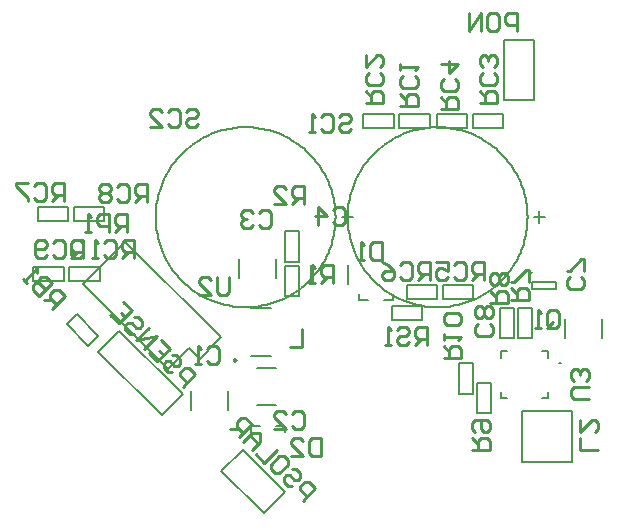
<source format=gbo>
%FSTAX23Y23*%
%MOIN*%
%SFA1B1*%

%IPPOS*%
%ADD10C,0.007870*%
%ADD11C,0.005000*%
%ADD12C,0.010000*%
%ADD71C,0.009840*%
%ADD72C,0.000000*%
%ADD73C,0.005910*%
%LNsolears_v3-1*%
%LPD*%
G54D10*
X018Y01275D02*
X01799Y01285D01*
X01799Y01295*
X01798Y01305*
X01797Y01314*
X01795Y01324*
X01793Y01334*
X01791Y01344*
X01789Y01354*
X01786Y01363*
X01783Y01373*
X01779Y01382*
X01776Y01392*
X01772Y01401*
X01767Y0141*
X01763Y01419*
X01758Y01427*
X01752Y01436*
X01747Y01444*
X01741Y01452*
X01735Y0146*
X01729Y01468*
X01722Y01476*
X01715Y01483*
X01708Y0149*
X01701Y01497*
X01693Y01504*
X01685Y0151*
X01677Y01516*
X01669Y01522*
X01661Y01527*
X01652Y01533*
X01644Y01538*
X01635Y01542*
X01626Y01547*
X01617Y01551*
X01607Y01554*
X01598Y01558*
X01588Y01561*
X01579Y01564*
X01569Y01566*
X01559Y01568*
X01549Y0157*
X01539Y01572*
X0153Y01573*
X0152Y01574*
X0151Y01574*
X015Y01575*
X01489Y01574*
X01479Y01574*
X01469Y01573*
X0146Y01572*
X0145Y0157*
X0144Y01568*
X0143Y01566*
X0142Y01564*
X01411Y01561*
X01401Y01558*
X01392Y01554*
X01382Y01551*
X01373Y01547*
X01364Y01542*
X01355Y01538*
X01347Y01533*
X01338Y01527*
X0133Y01522*
X01322Y01516*
X01314Y0151*
X01306Y01504*
X01298Y01497*
X01291Y0149*
X01284Y01483*
X01277Y01476*
X0127Y01468*
X01264Y0146*
X01258Y01452*
X01252Y01444*
X01247Y01436*
X01241Y01427*
X01236Y01419*
X01232Y0141*
X01227Y01401*
X01223Y01392*
X0122Y01382*
X01216Y01373*
X01213Y01363*
X0121Y01354*
X01208Y01344*
X01206Y01334*
X01204Y01324*
X01202Y01314*
X01201Y01305*
X012Y01295*
X012Y01285*
X012Y01275*
X012Y01264*
X012Y01254*
X01201Y01244*
X01202Y01235*
X01204Y01225*
X01206Y01215*
X01208Y01205*
X0121Y01195*
X01213Y01186*
X01216Y01176*
X0122Y01167*
X01223Y01157*
X01227Y01148*
X01232Y01139*
X01236Y0113*
X01241Y01122*
X01247Y01113*
X01252Y01105*
X01258Y01097*
X01264Y01089*
X0127Y01081*
X01277Y01073*
X01284Y01066*
X01291Y01059*
X01298Y01052*
X01306Y01045*
X01314Y01039*
X01322Y01033*
X0133Y01027*
X01338Y01022*
X01347Y01016*
X01355Y01011*
X01364Y01007*
X01373Y01002*
X01382Y00998*
X01392Y00995*
X01401Y00991*
X01411Y00988*
X0142Y00985*
X0143Y00983*
X0144Y00981*
X0145Y00979*
X0146Y00977*
X01469Y00976*
X01479Y00975*
X01489Y00975*
X015Y00975*
X0151Y00975*
X0152Y00975*
X0153Y00976*
X01539Y00977*
X01549Y00979*
X01559Y00981*
X01569Y00983*
X01579Y00985*
X01588Y00988*
X01598Y00991*
X01607Y00995*
X01617Y00998*
X01626Y01002*
X01635Y01007*
X01644Y01011*
X01652Y01016*
X01661Y01022*
X01669Y01027*
X01677Y01033*
X01685Y01039*
X01693Y01045*
X01701Y01052*
X01708Y01059*
X01715Y01066*
X01722Y01073*
X01729Y01081*
X01735Y01089*
X01741Y01097*
X01747Y01105*
X01752Y01113*
X01758Y01122*
X01763Y0113*
X01767Y01139*
X01772Y01148*
X01776Y01157*
X01779Y01167*
X01783Y01176*
X01786Y01186*
X01789Y01195*
X01791Y01205*
X01793Y01215*
X01795Y01225*
X01797Y01235*
X01798Y01244*
X01799Y01254*
X01799Y01264*
X018Y01275*
X0116D02*
X01159Y01285D01*
X01159Y01295*
X01158Y01305*
X01157Y01314*
X01155Y01324*
X01153Y01334*
X01151Y01344*
X01149Y01354*
X01146Y01363*
X01143Y01373*
X01139Y01382*
X01136Y01392*
X01132Y01401*
X01127Y0141*
X01123Y01419*
X01118Y01427*
X01112Y01436*
X01107Y01444*
X01101Y01452*
X01095Y0146*
X01089Y01468*
X01082Y01476*
X01075Y01483*
X01068Y0149*
X01061Y01497*
X01053Y01504*
X01045Y0151*
X01037Y01516*
X01029Y01522*
X01021Y01527*
X01012Y01533*
X01004Y01538*
X00995Y01542*
X00986Y01547*
X00977Y01551*
X00967Y01554*
X00958Y01558*
X00948Y01561*
X00939Y01564*
X00929Y01566*
X00919Y01568*
X00909Y0157*
X00899Y01572*
X0089Y01573*
X0088Y01574*
X0087Y01574*
X0086Y01575*
X00849Y01574*
X00839Y01574*
X00829Y01573*
X0082Y01572*
X0081Y0157*
X008Y01568*
X0079Y01566*
X0078Y01564*
X00771Y01561*
X00761Y01558*
X00752Y01554*
X00742Y01551*
X00733Y01547*
X00724Y01542*
X00715Y01538*
X00707Y01533*
X00698Y01527*
X0069Y01522*
X00682Y01516*
X00674Y0151*
X00666Y01504*
X00658Y01497*
X00651Y0149*
X00644Y01483*
X00637Y01476*
X0063Y01468*
X00624Y0146*
X00618Y01452*
X00612Y01444*
X00607Y01436*
X00601Y01427*
X00596Y01419*
X00592Y0141*
X00587Y01401*
X00583Y01392*
X0058Y01382*
X00576Y01373*
X00573Y01363*
X0057Y01354*
X00568Y01344*
X00566Y01334*
X00564Y01324*
X00562Y01314*
X00561Y01305*
X0056Y01295*
X0056Y01285*
X0056Y01275*
X0056Y01264*
X0056Y01254*
X00561Y01244*
X00562Y01235*
X00564Y01225*
X00566Y01215*
X00568Y01205*
X0057Y01195*
X00573Y01186*
X00576Y01176*
X0058Y01167*
X00583Y01157*
X00587Y01148*
X00592Y01139*
X00596Y0113*
X00601Y01122*
X00607Y01113*
X00612Y01105*
X00618Y01097*
X00624Y01089*
X0063Y01081*
X00637Y01073*
X00644Y01066*
X00651Y01059*
X00658Y01052*
X00666Y01045*
X00674Y01039*
X00682Y01033*
X0069Y01027*
X00698Y01022*
X00707Y01016*
X00715Y01011*
X00724Y01007*
X00733Y01002*
X00742Y00998*
X00752Y00995*
X00761Y00991*
X00771Y00988*
X0078Y00985*
X0079Y00983*
X008Y00981*
X0081Y00979*
X0082Y00977*
X00829Y00976*
X00839Y00975*
X00849Y00975*
X0086Y00975*
X0087Y00975*
X0088Y00975*
X0089Y00976*
X00899Y00977*
X00909Y00979*
X00919Y00981*
X00929Y00983*
X00939Y00985*
X00948Y00988*
X00958Y00991*
X00967Y00995*
X00977Y00998*
X00986Y01002*
X00995Y01007*
X01004Y01011*
X01012Y01016*
X01021Y01022*
X01029Y01027*
X01037Y01033*
X01045Y01039*
X01053Y01045*
X01061Y01052*
X01068Y01059*
X01075Y01066*
X01082Y01073*
X01089Y01081*
X01095Y01089*
X01101Y01097*
X01107Y01105*
X01112Y01113*
X01118Y01122*
X01123Y0113*
X01127Y01139*
X01132Y01148*
X01136Y01157*
X01139Y01167*
X01143Y01176*
X01146Y01186*
X01149Y01195*
X01151Y01205*
X01153Y01215*
X01155Y01225*
X01157Y01235*
X01158Y01244*
X01159Y01254*
X01159Y01264*
X0116Y01275*
X01911Y00788D02*
X01903D01*
X01911*
X0172Y01665D02*
X0182D01*
Y01865*
X0172D02*
X0182D01*
X0172Y01665D02*
Y01865D01*
X00438Y00897D02*
X0065Y00685D01*
X0058Y00614D02*
X0065Y00685D01*
X00367Y00826D02*
X0058Y00614D01*
X00367Y00826D02*
X00438Y00897D01*
X00877Y0056D02*
Y0058D01*
X00961D02*
X00992D01*
X00877D02*
X00908D01*
X00992Y0056D02*
Y0058D01*
X00898Y00648D02*
X00961D01*
X00898Y00771D02*
X00961D01*
X00801Y00633D02*
Y00696D01*
X00678Y00633D02*
Y00696D01*
X00877Y00973D02*
X00944D01*
X00877Y00812D02*
X00944D01*
X01079Y01051D02*
Y01114D01*
X01201Y01051D02*
Y01114D01*
X00838Y01073D02*
Y01136D01*
X00961Y01073D02*
Y01136D01*
X01815Y0106D02*
X01894D01*
Y01036D02*
Y0106D01*
X01815Y01036D02*
X01894D01*
X01815D02*
Y0106D01*
X00317Y01051D02*
X00458Y01192D01*
X00776Y00874*
X00706Y00803D02*
X00776Y00874D01*
X0067Y00839D02*
X00706Y00803D01*
X006Y00768D02*
X0067Y00839D01*
X00317Y01051D02*
X006Y00768D01*
X01352Y00999D02*
Y01019D01*
X01237Y00999D02*
X01268D01*
X01321D02*
X01352D01*
X01237D02*
Y01019D01*
X02046Y00873D02*
Y00936D01*
X01923Y00873D02*
Y00936D01*
X0178Y0046D02*
Y00629D01*
X01949*
Y0046D02*
Y00629D01*
X0178Y0046D02*
X01949D01*
X00779Y0043D02*
X0085Y005D01*
X00779Y0043D02*
X0092Y00288D01*
X00991Y00359*
X0085Y005D02*
X00991Y00359D01*
G54D11*
X00263Y00918D02*
X00335Y00847D01*
X00296Y00951D02*
X00367Y0088D01*
X00335Y00847D02*
X00367Y0088D01*
X00263Y00918D02*
X00296Y00951D01*
X01617Y01618D02*
X01718D01*
X01617Y01572D02*
X01718D01*
X01617D02*
Y01618D01*
X01718Y01572D02*
Y01618D01*
X01497D02*
X01598D01*
X01497Y01572D02*
X01598D01*
X01497D02*
Y01618D01*
X01598Y01572D02*
Y01618D01*
X01372D02*
X01473D01*
X01372Y01572D02*
X01473D01*
X01372D02*
Y01618D01*
X01473Y01572D02*
Y01618D01*
X01252D02*
X01353D01*
X01252Y01572D02*
X01353D01*
X01252D02*
Y01618D01*
X01353Y01572D02*
Y01618D01*
X00167Y01262D02*
X00268D01*
X00167Y01308D02*
X00268D01*
Y01262D02*
Y01308D01*
X00167Y01262D02*
Y01308D01*
X00287Y01263D02*
X00388D01*
X00287Y01309D02*
X00388D01*
Y01263D02*
Y01309D01*
X00287Y01263D02*
Y01309D01*
X01038Y01012D02*
Y01113D01*
X00992Y01012D02*
Y01113D01*
X01038*
X00992Y01012D02*
X01038D01*
Y01127D02*
Y01228D01*
X00992Y01127D02*
Y01228D01*
X01038*
X00992Y01127D02*
X01038D01*
X01347Y00978D02*
X01448D01*
X01347Y00932D02*
X01448D01*
X01347D02*
Y00978D01*
X01448Y00932D02*
Y00978D01*
X01397Y01048D02*
X01498D01*
X01397Y01002D02*
X01498D01*
X01397D02*
Y01048D01*
X01498Y01002D02*
Y01048D01*
X01517D02*
X01618D01*
X01517Y01002D02*
X01618D01*
X01517D02*
Y01048D01*
X01618Y01002D02*
Y01048D01*
X00272Y01062D02*
X00373D01*
X00272Y01108D02*
X00373D01*
Y01062D02*
Y01108D01*
X00272Y01062D02*
Y01108D01*
X00152Y01062D02*
X00253D01*
X00152Y01108D02*
X00253D01*
Y01062D02*
Y01108D01*
X00152Y01062D02*
Y01108D01*
X01707Y00872D02*
Y00973D01*
X01753Y00872D02*
Y00973D01*
X01707Y00872D02*
X01753D01*
X01707Y00973D02*
X01753D01*
X01767Y00872D02*
Y00973D01*
X01813Y00872D02*
Y00973D01*
X01767Y00872D02*
X01813D01*
X01767Y00973D02*
X01813D01*
X01618Y00687D02*
Y00788D01*
X01572Y00687D02*
Y00788D01*
X01618*
X01572Y00687D02*
X01618D01*
X01632Y00622D02*
Y00723D01*
X01678Y00622D02*
Y00723D01*
X01632Y00622D02*
X01678D01*
X01632Y00723D02*
X01678D01*
X01711Y00671D02*
X01732D01*
X01711Y00828D02*
X01732D01*
X01847Y00671D02*
X01868D01*
X01847Y00828D02*
X01868D01*
X01711Y00671D02*
Y00692D01*
Y00807D02*
Y00828D01*
X01868Y00671D02*
Y00692D01*
Y00807D02*
Y00828D01*
G54D12*
X01765Y01895D02*
Y01954D01*
X01735*
X01725Y01944*
Y01924*
X01735Y01914*
X01765*
X01675Y01954D02*
X01695D01*
X01705Y01944*
Y01905*
X01695Y01895*
X01675*
X01665Y01905*
Y01944*
X01675Y01954*
X01645Y01895D02*
Y01954D01*
X01605Y01895*
Y01954*
X00215Y0097D02*
X00257Y01012D01*
X00236Y01033*
X00222*
X00207Y01019*
Y01005*
X00229Y00984*
X00215Y00998D02*
X00186D01*
X00215Y01054D02*
X00172Y01012D01*
X00151Y01033*
Y01047*
X00158Y01054*
X00172*
X00193Y01033*
X00172Y01054*
Y01068*
X00179Y01076*
X00193*
X00215Y01054*
X0013D02*
X00116Y01068D01*
X00123Y01061*
X00165Y01104*
Y0109*
X0065Y0071D02*
X00692Y00752D01*
X00671Y00773*
X00657*
X00642Y00759*
Y00745*
X00664Y00724*
X00614Y00816D02*
X00628D01*
X00642Y00801*
Y00787*
X00635Y0078*
X00621*
X00607Y00794*
X00593*
X00586Y00787*
Y00773*
X006Y00759*
X00614*
X00579Y00865D02*
X00607Y00837D01*
X00565Y00794*
X00536Y00823*
X00586Y00816D02*
X00572Y0083D01*
X00522Y00837D02*
X00565Y00879D01*
X00494Y00865*
X00536Y00907*
X00487Y00943D02*
X00501D01*
X00515Y00929*
Y00915*
X00508Y00907*
X00494*
X0048Y00922*
X00466*
X00459Y00915*
Y009*
X00473Y00886*
X00487*
X00452Y00992D02*
X0048Y00964D01*
X00437Y00922*
X00409Y0095*
X00459Y00943D02*
X00445Y00957D01*
X0164Y01655D02*
X01699D01*
Y01684*
X01689Y01694*
X01669*
X01659Y01684*
Y01655*
Y01674D02*
X0164Y01694D01*
X01689Y01754D02*
X01699Y01744D01*
Y01724*
X01689Y01714*
X0165*
X0164Y01724*
Y01744*
X0165Y01754*
X01689Y01774D02*
X01699Y01784D01*
Y01804*
X01689Y01814*
X01679*
X01669Y01804*
Y01794*
Y01804*
X01659Y01814*
X0165*
X0164Y01804*
Y01784*
X0165Y01774*
X0151Y01635D02*
X01569D01*
Y01664*
X01559Y01674*
X01539*
X01529Y01664*
Y01635*
Y01654D02*
X0151Y01674D01*
X01559Y01734D02*
X01569Y01724D01*
Y01704*
X01559Y01694*
X0152*
X0151Y01704*
Y01724*
X0152Y01734*
X0151Y01784D02*
X01569D01*
X01539Y01754*
Y01794*
X01375Y01645D02*
X01434D01*
Y01674*
X01424Y01684*
X01404*
X01394Y01674*
Y01645*
Y01664D02*
X01375Y01684D01*
X01424Y01744D02*
X01434Y01734D01*
Y01714*
X01424Y01704*
X01385*
X01375Y01714*
Y01734*
X01385Y01744*
X01375Y01764D02*
Y01784D01*
Y01774*
X01434*
X01424Y01764*
X0126Y01655D02*
X01319D01*
Y01684*
X01309Y01694*
X01289*
X01279Y01684*
Y01655*
Y01674D02*
X0126Y01694D01*
X01309Y01754D02*
X01319Y01744D01*
Y01724*
X01309Y01714*
X0127*
X0126Y01724*
Y01744*
X0127Y01754*
X0126Y01814D02*
Y01774D01*
X01299Y01814*
X01309*
X01319Y01804*
Y01784*
X01309Y01774*
X0117Y01609D02*
X0118Y01619D01*
X012*
X0121Y01609*
Y01599*
X012Y01589*
X0118*
X0117Y01579*
Y0157*
X0118Y0156*
X012*
X0121Y0157*
X0111Y01609D02*
X0112Y01619D01*
X0114*
X0115Y01609*
Y0157*
X0114Y0156*
X0112*
X0111Y0157*
X0109Y0156D02*
X0107D01*
X0108*
Y01619*
X0109Y01609*
X0066Y01624D02*
X0067Y01634D01*
X0069*
X007Y01624*
Y01614*
X0069Y01604*
X0067*
X0066Y01594*
Y01585*
X0067Y01575*
X0069*
X007Y01585*
X006Y01624D02*
X0061Y01634D01*
X0063*
X0064Y01624*
Y01585*
X0063Y01575*
X0061*
X006Y01585*
X0054Y01575D02*
X0058D01*
X0054Y01614*
Y01624*
X0055Y01634*
X0057*
X0058Y01624*
X00255Y0133D02*
Y01389D01*
X00225*
X00215Y01379*
Y01359*
X00225Y01349*
X00255*
X00235D02*
X00215Y0133D01*
X00155Y01379D02*
X00165Y01389D01*
X00185*
X00195Y01379*
Y0134*
X00185Y0133*
X00165*
X00155Y0134*
X00135Y01389D02*
X00095D01*
Y01379*
X00135Y0134*
Y0133*
X0053Y01325D02*
Y01384D01*
X005*
X0049Y01374*
Y01354*
X005Y01344*
X0053*
X0051D02*
X0049Y01325D01*
X0043Y01374D02*
X0044Y01384D01*
X0046*
X0047Y01374*
Y01335*
X0046Y01325*
X0044*
X0043Y01335*
X0041Y01374D02*
X004Y01384D01*
X0038*
X0037Y01374*
Y01364*
X0038Y01354*
X0037Y01344*
Y01335*
X0038Y01325*
X004*
X0041Y01335*
Y01344*
X004Y01354*
X0041Y01364*
Y01374*
X004Y01354D02*
X0038D01*
X0111Y00539D02*
Y0048D01*
X0108*
X0107Y0049*
Y00529*
X0108Y00539*
X0111*
X0101Y0048D02*
X0105D01*
X0101Y00519*
Y00529*
X0102Y00539*
X0104*
X0105Y00529*
X01015Y00619D02*
X01025Y00629D01*
X01045*
X01055Y00619*
Y0058*
X01045Y0057*
X01025*
X01015Y0058*
X00955Y0057D02*
X00995D01*
X00955Y00609*
Y00619*
X00965Y00629*
X00985*
X00995Y00619*
X0073Y00834D02*
X0074Y00844D01*
X0076*
X0077Y00834*
Y00795*
X0076Y00785*
X0074*
X0073Y00795*
X0071Y00785D02*
X0069D01*
X007*
Y00844*
X0071Y00834*
X00805Y01074D02*
Y01025D01*
X00795Y01015*
X00775*
X00765Y01025*
Y01074*
X00705Y01015D02*
X00745D01*
X00705Y01054*
Y01064*
X00715Y01074*
X00735*
X00745Y01064*
X0115Y01055D02*
Y01114D01*
X0112*
X0111Y01104*
Y01084*
X0112Y01074*
X0115*
X0113D02*
X0111Y01055D01*
X0109D02*
X0107D01*
X0108*
Y01114*
X0109Y01104*
X0115Y01299D02*
X0116Y01309D01*
X0118*
X0119Y01299*
Y0126*
X0118Y0125*
X0116*
X0115Y0126*
X011Y0125D02*
Y01309D01*
X0113Y01279*
X0109*
X00905Y01289D02*
X00915Y01299D01*
X00935*
X00945Y01289*
Y0125*
X00935Y0124*
X00915*
X00905Y0125*
X00885Y01289D02*
X00875Y01299D01*
X00855*
X00845Y01289*
Y01279*
X00855Y01269*
X00865*
X00855*
X00845Y01259*
Y0125*
X00855Y0124*
X00875*
X00885Y0125*
X01055Y0132D02*
Y01379D01*
X01025*
X01015Y01369*
Y01349*
X01025Y01339*
X01055*
X01035D02*
X01015Y0132D01*
X00955D02*
X00995D01*
X00955Y01359*
Y01369*
X00965Y01379*
X00985*
X00995Y01369*
X01465Y0085D02*
Y00909D01*
X01435*
X01425Y00899*
Y00879*
X01435Y00869*
X01465*
X01445D02*
X01425Y0085D01*
X01365Y00899D02*
X01375Y00909D01*
X01395*
X01405Y00899*
Y00889*
X01395Y00879*
X01375*
X01365Y00869*
Y0086*
X01375Y0085*
X01395*
X01405Y0086*
X01345Y0085D02*
X01325D01*
X01335*
Y00909*
X01345Y00899*
X01475Y01065D02*
Y01124D01*
X01445*
X01435Y01114*
Y01094*
X01445Y01084*
X01475*
X01455D02*
X01435Y01065D01*
X01375Y01114D02*
X01385Y01124D01*
X01405*
X01415Y01114*
Y01075*
X01405Y01065*
X01385*
X01375Y01075*
X01315Y01124D02*
X01335Y01114D01*
X01355Y01094*
Y01075*
X01345Y01065*
X01325*
X01315Y01075*
Y01084*
X01325Y01094*
X01355*
X01655Y01065D02*
Y01124D01*
X01625*
X01615Y01114*
Y01094*
X01625Y01084*
X01655*
X01635D02*
X01615Y01065D01*
X01555Y01114D02*
X01565Y01124D01*
X01585*
X01595Y01114*
Y01075*
X01585Y01065*
X01565*
X01555Y01075*
X01495Y01124D02*
X01535D01*
Y01094*
X01515Y01104*
X01505*
X01495Y01094*
Y01075*
X01505Y01065*
X01525*
X01535Y01075*
X01865Y00915D02*
Y00954D01*
X01875Y00964*
X01895*
X01905Y00954*
Y00915*
X01895Y00905*
X01875*
X01885Y00924D02*
X01865Y00905D01*
X01875D02*
X01865Y00915D01*
X01845Y00905D02*
X01825D01*
X01835*
Y00964*
X01845Y00954*
X01049Y00902D02*
Y00843D01*
X01009*
X00489Y0114D02*
Y01199D01*
X00459*
X00449Y01189*
Y01169*
X00459Y01159*
X00489*
X00469D02*
X00449Y0114D01*
X00389Y01189D02*
X00399Y01199D01*
X00419*
X00429Y01189*
Y0115*
X00419Y0114*
X00399*
X00389Y0115*
X00369Y0114D02*
X00349D01*
X00359*
Y01199*
X00369Y01189*
X00319D02*
X00309Y01199D01*
X00289*
X00279Y01189*
Y0115*
X00289Y0114*
X00309*
X00319Y0115*
Y01189*
X00319Y0114D02*
Y01199D01*
X00289*
X00279Y01189*
Y01169*
X00289Y01159*
X00319*
X00299D02*
X00279Y0114D01*
X00219Y01189D02*
X00229Y01199D01*
X00249*
X00259Y01189*
Y0115*
X00249Y0114*
X00229*
X00219Y0115*
X00199D02*
X00189Y0114D01*
X00169*
X00159Y0115*
Y01189*
X00169Y01199*
X00189*
X00199Y01189*
Y01179*
X00189Y01169*
X00159*
X00463Y01227D02*
Y01287D01*
X00433*
X00423Y01277*
Y01257*
X00433Y01247*
X00463*
X00443D02*
X00423Y01227D01*
X00403D02*
Y01287D01*
X00373*
X00363Y01277*
Y01257*
X00373Y01247*
X00403*
X00343Y01227D02*
X00323D01*
X00333*
Y01287*
X00343Y01277*
X01313Y01191D02*
Y01132D01*
X01283*
X01273Y01142*
Y01181*
X01283Y01191*
X01313*
X01253Y01132D02*
X01233D01*
X01243*
Y01191*
X01253Y01181*
X01675Y0099D02*
X01734D01*
Y01019*
X01724Y01029*
X01704*
X01694Y01019*
Y0099*
Y01009D02*
X01675Y01029D01*
X01724Y01049D02*
X01734Y01059D01*
Y01079*
X01724Y01089*
X01714*
X01704Y01079*
X01694Y01089*
X01685*
X01675Y01079*
Y01059*
X01685Y01049*
X01694*
X01704Y01059*
X01714Y01049*
X01724*
X01704Y01059D02*
Y01079D01*
X01745Y01D02*
X01804D01*
Y01029*
X01794Y01039*
X01774*
X01764Y01029*
Y01*
Y01019D02*
X01745Y01039D01*
X01804Y01059D02*
Y01099D01*
X01794*
X01755Y01059*
X01745*
X01674Y00919D02*
X01684Y00909D01*
Y0089*
X01674Y0088*
X01635*
X01625Y0089*
Y00909*
X01635Y00919*
X01674Y00939D02*
X01684Y00949D01*
Y00969*
X01674Y00979*
X01664*
X01654Y00969*
X01644Y00979*
X01635*
X01625Y00969*
Y00949*
X01635Y00939*
X01644*
X01654Y00949*
X01664Y00939*
X01674*
X01654Y00949D02*
Y00969D01*
X0152Y00805D02*
X01579D01*
Y00834*
X01569Y00844*
X01549*
X01539Y00834*
Y00805*
Y00824D02*
X0152Y00844D01*
Y00864D02*
Y00884D01*
Y00874*
X01579*
X01569Y00864*
Y00914D02*
X01579Y00924D01*
Y00944*
X01569Y00954*
X0153*
X0152Y00944*
Y00924*
X0153Y00914*
X01569*
X01615Y005D02*
X01674D01*
Y00529*
X01664Y00539*
X01644*
X01634Y00529*
Y005*
Y00519D02*
X01615Y00539D01*
X01625Y00559D02*
X01615Y00569D01*
Y00589*
X01625Y00599*
X01664*
X01674Y00589*
Y00569*
X01664Y00559*
X01654*
X01644Y00569*
Y00599*
X02004Y0067D02*
X01955D01*
X01945Y0068*
Y00699*
X01955Y00709*
X02004*
X01994Y00729D02*
X02004Y00739D01*
Y00759*
X01994Y00769*
X01984*
X01974Y00759*
Y00749*
Y00759*
X01964Y00769*
X01955*
X01945Y00759*
Y00739*
X01955Y00729*
X01979Y01074D02*
X01989Y01064D01*
Y01045*
X01979Y01035*
X0194*
X0193Y01045*
Y01064*
X0194Y01074*
X01989Y01094D02*
Y01134D01*
X01979*
X0194Y01094*
X0193*
X02034Y005D02*
X01975D01*
Y00539*
Y00599D02*
Y00559D01*
X02014Y00599*
X02024*
X02034Y00589*
Y00569*
X02024Y00559*
X0105Y0033D02*
X01092Y00372D01*
X01071Y00393*
X01057*
X01042Y00379*
Y00365*
X01064Y00344*
X01014Y00436D02*
X01028D01*
X01042Y00421*
Y00407*
X01035Y004*
X01021*
X01007Y00414*
X00993*
X00986Y00407*
Y00393*
X01Y00379*
X01014*
X00986Y00478D02*
X01Y00464D01*
Y0045*
X00972Y00421*
X00958*
X00943Y00436*
Y0045*
X00972Y00478*
X00986*
X00965Y00499D02*
X00922Y00457D01*
X00894Y00485*
X0088Y00499D02*
X00908Y00527D01*
Y00556*
X0088*
X00852Y00527*
X00873Y00549*
X00901Y0052*
X00837Y00542D02*
X0088Y00584D01*
X00859Y00605*
X00845*
X0083Y00591*
Y00577*
X00852Y00556*
X00837Y0057D02*
X00809D01*
G54D71*
X00829Y00798D02*
X00821Y00802D01*
Y00794*
X00829Y00798*
G54D72*
X01813Y01091D02*
X01804Y01096D01*
Y01087*
X01813Y01091*
G54D73*
X0182Y01274D02*
X01859D01*
X01839Y01254D02*
Y01294D01*
X0118Y01274D02*
X01219D01*
X01199Y01254D02*
Y01294D01*
M02*
</source>
